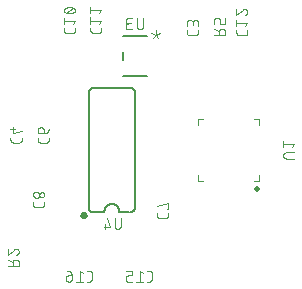
<source format=gbr>
G04 EAGLE Gerber RS-274X export*
G75*
%MOMM*%
%FSLAX34Y34*%
%LPD*%
%INSilkscreen Bottom*%
%IPPOS*%
%AMOC8*
5,1,8,0,0,1.08239X$1,22.5*%
G01*
%ADD10C,0.076200*%
%ADD11C,0.500000*%
%ADD12C,0.120000*%
%ADD13C,0.152400*%
%ADD14C,0.203200*%

G36*
X113420Y68330D02*
X113420Y68330D01*
X113422Y68332D01*
X113423Y68331D01*
X114094Y68566D01*
X114095Y68567D01*
X114096Y68567D01*
X114698Y68945D01*
X114699Y68947D01*
X114701Y68947D01*
X115203Y69449D01*
X115203Y69451D01*
X115205Y69452D01*
X115583Y70054D01*
X115583Y70055D01*
X115584Y70056D01*
X115819Y70727D01*
X115819Y70729D01*
X115820Y70730D01*
X115854Y71030D01*
X115854Y71031D01*
X115855Y71042D01*
X115891Y71365D01*
X115893Y71377D01*
X115899Y71436D01*
X115899Y71437D01*
X115898Y71438D01*
X115899Y71439D01*
X115820Y72145D01*
X115818Y72147D01*
X115819Y72148D01*
X115584Y72819D01*
X115583Y72820D01*
X115583Y72821D01*
X115205Y73423D01*
X115203Y73424D01*
X115203Y73426D01*
X114701Y73928D01*
X114699Y73928D01*
X114698Y73930D01*
X114096Y74308D01*
X114095Y74308D01*
X114094Y74309D01*
X113423Y74544D01*
X113421Y74544D01*
X113420Y74545D01*
X112714Y74624D01*
X112712Y74623D01*
X112711Y74624D01*
X112005Y74545D01*
X112003Y74543D01*
X112002Y74544D01*
X111331Y74309D01*
X111330Y74308D01*
X111329Y74308D01*
X110727Y73930D01*
X110726Y73928D01*
X110724Y73928D01*
X110222Y73426D01*
X110222Y73424D01*
X110220Y73423D01*
X109842Y72821D01*
X109842Y72820D01*
X109841Y72819D01*
X109606Y72148D01*
X109607Y72146D01*
X109605Y72145D01*
X109592Y72024D01*
X109590Y72012D01*
X109554Y71690D01*
X109553Y71678D01*
X109526Y71439D01*
X109527Y71437D01*
X109526Y71436D01*
X109605Y70730D01*
X109607Y70728D01*
X109606Y70727D01*
X109841Y70056D01*
X109842Y70055D01*
X109842Y70054D01*
X110220Y69452D01*
X110222Y69451D01*
X110222Y69449D01*
X110724Y68947D01*
X110726Y68947D01*
X110727Y68945D01*
X111329Y68567D01*
X111330Y68567D01*
X111331Y68566D01*
X112002Y68331D01*
X112004Y68332D01*
X112005Y68330D01*
X112711Y68251D01*
X112713Y68252D01*
X112714Y68251D01*
X113420Y68330D01*
G37*
D10*
X48006Y28956D02*
X57404Y28956D01*
X57404Y31567D01*
X57402Y31668D01*
X57396Y31769D01*
X57386Y31870D01*
X57373Y31970D01*
X57355Y32070D01*
X57334Y32169D01*
X57308Y32267D01*
X57279Y32364D01*
X57247Y32460D01*
X57210Y32554D01*
X57170Y32647D01*
X57126Y32739D01*
X57079Y32828D01*
X57028Y32916D01*
X56974Y33002D01*
X56917Y33085D01*
X56857Y33167D01*
X56793Y33245D01*
X56727Y33322D01*
X56657Y33395D01*
X56585Y33466D01*
X56510Y33534D01*
X56432Y33599D01*
X56352Y33661D01*
X56270Y33720D01*
X56185Y33776D01*
X56099Y33828D01*
X56010Y33877D01*
X55919Y33923D01*
X55827Y33964D01*
X55733Y34003D01*
X55638Y34037D01*
X55542Y34068D01*
X55444Y34095D01*
X55346Y34119D01*
X55246Y34138D01*
X55146Y34154D01*
X55046Y34166D01*
X54945Y34174D01*
X54844Y34178D01*
X54742Y34178D01*
X54641Y34174D01*
X54540Y34166D01*
X54440Y34154D01*
X54340Y34138D01*
X54240Y34119D01*
X54142Y34095D01*
X54044Y34068D01*
X53948Y34037D01*
X53853Y34003D01*
X53759Y33964D01*
X53667Y33923D01*
X53576Y33877D01*
X53488Y33828D01*
X53401Y33776D01*
X53316Y33720D01*
X53234Y33661D01*
X53154Y33599D01*
X53076Y33534D01*
X53001Y33466D01*
X52929Y33395D01*
X52859Y33322D01*
X52793Y33245D01*
X52729Y33167D01*
X52669Y33085D01*
X52612Y33002D01*
X52558Y32916D01*
X52507Y32828D01*
X52460Y32739D01*
X52416Y32647D01*
X52376Y32554D01*
X52339Y32460D01*
X52307Y32364D01*
X52278Y32267D01*
X52252Y32169D01*
X52231Y32070D01*
X52213Y31970D01*
X52200Y31870D01*
X52190Y31769D01*
X52184Y31668D01*
X52182Y31567D01*
X52183Y31567D02*
X52183Y28956D01*
X52183Y32089D02*
X48006Y34177D01*
X55055Y43265D02*
X55150Y43263D01*
X55244Y43257D01*
X55338Y43248D01*
X55432Y43235D01*
X55525Y43218D01*
X55617Y43197D01*
X55709Y43172D01*
X55799Y43144D01*
X55888Y43112D01*
X55976Y43077D01*
X56062Y43038D01*
X56147Y42996D01*
X56230Y42950D01*
X56311Y42901D01*
X56390Y42849D01*
X56467Y42794D01*
X56541Y42735D01*
X56613Y42674D01*
X56683Y42610D01*
X56750Y42543D01*
X56814Y42473D01*
X56875Y42401D01*
X56934Y42327D01*
X56989Y42250D01*
X57041Y42171D01*
X57090Y42090D01*
X57136Y42007D01*
X57178Y41922D01*
X57217Y41836D01*
X57252Y41748D01*
X57284Y41659D01*
X57312Y41569D01*
X57337Y41477D01*
X57358Y41385D01*
X57375Y41292D01*
X57388Y41198D01*
X57397Y41104D01*
X57403Y41010D01*
X57405Y40915D01*
X57404Y40915D02*
X57402Y40807D01*
X57396Y40698D01*
X57386Y40590D01*
X57373Y40483D01*
X57355Y40376D01*
X57334Y40269D01*
X57309Y40164D01*
X57280Y40059D01*
X57248Y39956D01*
X57211Y39854D01*
X57171Y39753D01*
X57128Y39654D01*
X57081Y39556D01*
X57030Y39460D01*
X56976Y39366D01*
X56919Y39274D01*
X56858Y39184D01*
X56794Y39096D01*
X56728Y39011D01*
X56658Y38928D01*
X56585Y38848D01*
X56509Y38770D01*
X56431Y38695D01*
X56350Y38623D01*
X56266Y38554D01*
X56180Y38488D01*
X56092Y38425D01*
X56001Y38366D01*
X55909Y38309D01*
X55814Y38256D01*
X55718Y38207D01*
X55619Y38161D01*
X55520Y38118D01*
X55418Y38079D01*
X55316Y38044D01*
X53227Y42481D02*
X53296Y42550D01*
X53367Y42616D01*
X53440Y42680D01*
X53516Y42741D01*
X53595Y42799D01*
X53675Y42853D01*
X53758Y42905D01*
X53842Y42953D01*
X53928Y42999D01*
X54016Y43040D01*
X54106Y43079D01*
X54197Y43114D01*
X54289Y43145D01*
X54382Y43173D01*
X54476Y43197D01*
X54571Y43217D01*
X54667Y43234D01*
X54764Y43247D01*
X54861Y43256D01*
X54958Y43262D01*
X55055Y43264D01*
X53227Y42481D02*
X48006Y38043D01*
X48006Y43264D01*
X199631Y226244D02*
X199631Y228333D01*
X199631Y226244D02*
X199633Y226155D01*
X199639Y226067D01*
X199648Y225979D01*
X199661Y225891D01*
X199678Y225804D01*
X199698Y225718D01*
X199723Y225633D01*
X199750Y225548D01*
X199782Y225465D01*
X199816Y225384D01*
X199855Y225304D01*
X199896Y225226D01*
X199941Y225149D01*
X199989Y225075D01*
X200040Y225002D01*
X200094Y224932D01*
X200152Y224865D01*
X200212Y224799D01*
X200274Y224737D01*
X200340Y224677D01*
X200407Y224619D01*
X200477Y224565D01*
X200550Y224514D01*
X200624Y224466D01*
X200701Y224421D01*
X200779Y224380D01*
X200859Y224341D01*
X200940Y224307D01*
X201023Y224275D01*
X201108Y224248D01*
X201193Y224223D01*
X201279Y224203D01*
X201366Y224186D01*
X201454Y224173D01*
X201542Y224164D01*
X201630Y224158D01*
X201719Y224156D01*
X206941Y224156D01*
X207032Y224158D01*
X207123Y224164D01*
X207214Y224174D01*
X207304Y224188D01*
X207393Y224205D01*
X207481Y224227D01*
X207569Y224253D01*
X207655Y224282D01*
X207740Y224315D01*
X207823Y224352D01*
X207905Y224392D01*
X207985Y224436D01*
X208063Y224483D01*
X208139Y224534D01*
X208212Y224587D01*
X208283Y224644D01*
X208352Y224705D01*
X208417Y224768D01*
X208480Y224833D01*
X208540Y224902D01*
X208598Y224973D01*
X208651Y225046D01*
X208702Y225122D01*
X208749Y225200D01*
X208793Y225280D01*
X208833Y225362D01*
X208870Y225445D01*
X208903Y225530D01*
X208932Y225616D01*
X208958Y225704D01*
X208980Y225792D01*
X208997Y225881D01*
X209011Y225971D01*
X209021Y226062D01*
X209027Y226153D01*
X209029Y226244D01*
X209029Y228333D01*
X199631Y231802D02*
X199631Y234412D01*
X199633Y234513D01*
X199639Y234614D01*
X199649Y234715D01*
X199662Y234815D01*
X199680Y234915D01*
X199701Y235014D01*
X199727Y235112D01*
X199756Y235209D01*
X199788Y235305D01*
X199825Y235399D01*
X199865Y235492D01*
X199909Y235584D01*
X199956Y235673D01*
X200007Y235761D01*
X200061Y235847D01*
X200118Y235930D01*
X200178Y236012D01*
X200242Y236090D01*
X200308Y236167D01*
X200378Y236240D01*
X200450Y236311D01*
X200525Y236379D01*
X200603Y236444D01*
X200683Y236506D01*
X200765Y236565D01*
X200850Y236621D01*
X200937Y236673D01*
X201025Y236722D01*
X201116Y236768D01*
X201208Y236809D01*
X201302Y236848D01*
X201397Y236882D01*
X201493Y236913D01*
X201591Y236940D01*
X201689Y236964D01*
X201789Y236983D01*
X201889Y236999D01*
X201989Y237011D01*
X202090Y237019D01*
X202191Y237023D01*
X202293Y237023D01*
X202394Y237019D01*
X202495Y237011D01*
X202595Y236999D01*
X202695Y236983D01*
X202795Y236964D01*
X202893Y236940D01*
X202991Y236913D01*
X203087Y236882D01*
X203182Y236848D01*
X203276Y236809D01*
X203368Y236768D01*
X203459Y236722D01*
X203548Y236673D01*
X203634Y236621D01*
X203719Y236565D01*
X203801Y236506D01*
X203881Y236444D01*
X203959Y236379D01*
X204034Y236311D01*
X204106Y236240D01*
X204176Y236167D01*
X204242Y236090D01*
X204306Y236012D01*
X204366Y235930D01*
X204423Y235847D01*
X204477Y235761D01*
X204528Y235673D01*
X204575Y235584D01*
X204619Y235492D01*
X204659Y235399D01*
X204696Y235305D01*
X204728Y235209D01*
X204757Y235112D01*
X204783Y235014D01*
X204804Y234915D01*
X204822Y234815D01*
X204835Y234715D01*
X204845Y234614D01*
X204851Y234513D01*
X204853Y234412D01*
X209029Y234934D02*
X209029Y231802D01*
X209029Y234934D02*
X209027Y235024D01*
X209021Y235113D01*
X209012Y235203D01*
X208998Y235292D01*
X208981Y235380D01*
X208960Y235467D01*
X208935Y235554D01*
X208906Y235639D01*
X208874Y235723D01*
X208839Y235805D01*
X208799Y235886D01*
X208757Y235965D01*
X208711Y236042D01*
X208661Y236117D01*
X208609Y236190D01*
X208553Y236261D01*
X208495Y236329D01*
X208433Y236394D01*
X208369Y236457D01*
X208302Y236517D01*
X208233Y236574D01*
X208161Y236628D01*
X208087Y236679D01*
X208011Y236727D01*
X207933Y236771D01*
X207853Y236812D01*
X207771Y236850D01*
X207688Y236884D01*
X207603Y236914D01*
X207517Y236941D01*
X207431Y236964D01*
X207343Y236983D01*
X207254Y236998D01*
X207165Y237010D01*
X207076Y237018D01*
X206986Y237022D01*
X206896Y237022D01*
X206806Y237018D01*
X206717Y237010D01*
X206628Y236998D01*
X206539Y236983D01*
X206451Y236964D01*
X206365Y236941D01*
X206279Y236914D01*
X206194Y236884D01*
X206111Y236850D01*
X206029Y236812D01*
X205949Y236771D01*
X205871Y236727D01*
X205795Y236679D01*
X205721Y236628D01*
X205649Y236574D01*
X205580Y236517D01*
X205513Y236457D01*
X205449Y236394D01*
X205387Y236329D01*
X205329Y236261D01*
X205273Y236190D01*
X205221Y236117D01*
X205171Y236042D01*
X205125Y235965D01*
X205083Y235886D01*
X205043Y235805D01*
X205008Y235723D01*
X204976Y235639D01*
X204947Y235554D01*
X204922Y235467D01*
X204901Y235380D01*
X204884Y235292D01*
X204870Y235203D01*
X204861Y235113D01*
X204855Y235024D01*
X204853Y234934D01*
X204852Y234934D02*
X204852Y232846D01*
X50406Y137433D02*
X50406Y135344D01*
X50408Y135255D01*
X50414Y135167D01*
X50423Y135079D01*
X50436Y134991D01*
X50453Y134904D01*
X50473Y134818D01*
X50498Y134733D01*
X50525Y134648D01*
X50557Y134565D01*
X50591Y134484D01*
X50630Y134404D01*
X50671Y134326D01*
X50716Y134249D01*
X50764Y134175D01*
X50815Y134102D01*
X50869Y134032D01*
X50927Y133965D01*
X50987Y133899D01*
X51049Y133837D01*
X51115Y133777D01*
X51182Y133719D01*
X51252Y133665D01*
X51325Y133614D01*
X51399Y133566D01*
X51476Y133521D01*
X51554Y133480D01*
X51634Y133441D01*
X51715Y133407D01*
X51798Y133375D01*
X51883Y133348D01*
X51968Y133323D01*
X52054Y133303D01*
X52141Y133286D01*
X52229Y133273D01*
X52317Y133264D01*
X52405Y133258D01*
X52494Y133256D01*
X57716Y133256D01*
X57807Y133258D01*
X57898Y133264D01*
X57989Y133274D01*
X58079Y133288D01*
X58168Y133305D01*
X58256Y133327D01*
X58344Y133353D01*
X58430Y133382D01*
X58515Y133415D01*
X58598Y133452D01*
X58680Y133492D01*
X58760Y133536D01*
X58838Y133583D01*
X58914Y133634D01*
X58987Y133687D01*
X59058Y133744D01*
X59127Y133805D01*
X59192Y133868D01*
X59255Y133933D01*
X59315Y134002D01*
X59373Y134073D01*
X59426Y134146D01*
X59477Y134222D01*
X59524Y134300D01*
X59568Y134380D01*
X59608Y134462D01*
X59645Y134545D01*
X59678Y134630D01*
X59707Y134716D01*
X59733Y134804D01*
X59755Y134892D01*
X59772Y134981D01*
X59786Y135071D01*
X59796Y135162D01*
X59802Y135253D01*
X59804Y135344D01*
X59804Y137433D01*
X59804Y142990D02*
X52494Y140902D01*
X52494Y146123D01*
X50406Y144556D02*
X54583Y144556D01*
X73406Y137433D02*
X73406Y135344D01*
X73408Y135255D01*
X73414Y135167D01*
X73423Y135079D01*
X73436Y134991D01*
X73453Y134904D01*
X73473Y134818D01*
X73498Y134733D01*
X73525Y134648D01*
X73557Y134565D01*
X73591Y134484D01*
X73630Y134404D01*
X73671Y134326D01*
X73716Y134249D01*
X73764Y134175D01*
X73815Y134102D01*
X73869Y134032D01*
X73927Y133965D01*
X73987Y133899D01*
X74049Y133837D01*
X74115Y133777D01*
X74182Y133719D01*
X74252Y133665D01*
X74325Y133614D01*
X74399Y133566D01*
X74476Y133521D01*
X74554Y133480D01*
X74634Y133441D01*
X74715Y133407D01*
X74798Y133375D01*
X74883Y133348D01*
X74968Y133323D01*
X75054Y133303D01*
X75141Y133286D01*
X75229Y133273D01*
X75317Y133264D01*
X75405Y133258D01*
X75494Y133256D01*
X80716Y133256D01*
X80807Y133258D01*
X80898Y133264D01*
X80989Y133274D01*
X81079Y133288D01*
X81168Y133305D01*
X81256Y133327D01*
X81344Y133353D01*
X81430Y133382D01*
X81515Y133415D01*
X81598Y133452D01*
X81680Y133492D01*
X81760Y133536D01*
X81838Y133583D01*
X81914Y133634D01*
X81987Y133687D01*
X82058Y133744D01*
X82127Y133805D01*
X82192Y133868D01*
X82255Y133933D01*
X82315Y134002D01*
X82373Y134073D01*
X82426Y134146D01*
X82477Y134222D01*
X82524Y134300D01*
X82568Y134380D01*
X82608Y134462D01*
X82645Y134545D01*
X82678Y134630D01*
X82707Y134716D01*
X82733Y134804D01*
X82755Y134892D01*
X82772Y134981D01*
X82786Y135071D01*
X82796Y135162D01*
X82802Y135253D01*
X82804Y135344D01*
X82804Y137433D01*
X78627Y140902D02*
X78627Y144034D01*
X78625Y144123D01*
X78619Y144211D01*
X78610Y144299D01*
X78597Y144387D01*
X78580Y144474D01*
X78560Y144560D01*
X78535Y144645D01*
X78508Y144730D01*
X78476Y144813D01*
X78442Y144894D01*
X78403Y144974D01*
X78362Y145052D01*
X78317Y145129D01*
X78269Y145203D01*
X78218Y145276D01*
X78164Y145346D01*
X78106Y145413D01*
X78046Y145479D01*
X77984Y145541D01*
X77918Y145601D01*
X77851Y145659D01*
X77781Y145713D01*
X77708Y145764D01*
X77634Y145812D01*
X77557Y145857D01*
X77479Y145898D01*
X77399Y145937D01*
X77318Y145971D01*
X77235Y146003D01*
X77150Y146030D01*
X77065Y146055D01*
X76979Y146075D01*
X76892Y146092D01*
X76804Y146105D01*
X76716Y146114D01*
X76628Y146120D01*
X76539Y146122D01*
X76539Y146123D02*
X76017Y146123D01*
X75916Y146121D01*
X75815Y146115D01*
X75714Y146105D01*
X75614Y146092D01*
X75514Y146074D01*
X75415Y146053D01*
X75317Y146027D01*
X75220Y145998D01*
X75124Y145966D01*
X75030Y145929D01*
X74937Y145889D01*
X74845Y145845D01*
X74756Y145798D01*
X74668Y145747D01*
X74582Y145693D01*
X74499Y145636D01*
X74417Y145576D01*
X74339Y145512D01*
X74262Y145446D01*
X74189Y145376D01*
X74118Y145304D01*
X74050Y145229D01*
X73985Y145151D01*
X73923Y145071D01*
X73864Y144989D01*
X73808Y144904D01*
X73756Y144818D01*
X73707Y144729D01*
X73661Y144638D01*
X73620Y144546D01*
X73581Y144452D01*
X73547Y144357D01*
X73516Y144261D01*
X73489Y144163D01*
X73465Y144065D01*
X73446Y143965D01*
X73430Y143865D01*
X73418Y143765D01*
X73410Y143664D01*
X73406Y143563D01*
X73406Y143461D01*
X73410Y143360D01*
X73418Y143259D01*
X73430Y143159D01*
X73446Y143059D01*
X73465Y142959D01*
X73489Y142861D01*
X73516Y142763D01*
X73547Y142667D01*
X73581Y142572D01*
X73620Y142478D01*
X73661Y142386D01*
X73707Y142295D01*
X73756Y142207D01*
X73808Y142120D01*
X73864Y142035D01*
X73923Y141953D01*
X73985Y141873D01*
X74050Y141795D01*
X74118Y141720D01*
X74189Y141648D01*
X74262Y141578D01*
X74339Y141512D01*
X74417Y141448D01*
X74499Y141388D01*
X74582Y141331D01*
X74668Y141277D01*
X74756Y141226D01*
X74845Y141179D01*
X74937Y141135D01*
X75030Y141095D01*
X75124Y141058D01*
X75220Y141026D01*
X75317Y140997D01*
X75415Y140971D01*
X75514Y140950D01*
X75614Y140932D01*
X75714Y140919D01*
X75815Y140909D01*
X75916Y140903D01*
X76017Y140901D01*
X76017Y140902D02*
X78627Y140902D01*
X78756Y140904D01*
X78884Y140910D01*
X79012Y140920D01*
X79140Y140934D01*
X79268Y140951D01*
X79395Y140973D01*
X79521Y140999D01*
X79646Y141028D01*
X79770Y141061D01*
X79893Y141099D01*
X80015Y141139D01*
X80136Y141184D01*
X80255Y141232D01*
X80373Y141284D01*
X80489Y141340D01*
X80603Y141399D01*
X80715Y141462D01*
X80826Y141528D01*
X80934Y141597D01*
X81040Y141670D01*
X81144Y141746D01*
X81246Y141825D01*
X81345Y141907D01*
X81441Y141992D01*
X81535Y142080D01*
X81626Y142171D01*
X81714Y142265D01*
X81799Y142361D01*
X81881Y142460D01*
X81960Y142562D01*
X82036Y142666D01*
X82109Y142772D01*
X82178Y142880D01*
X82244Y142990D01*
X82307Y143103D01*
X82366Y143217D01*
X82422Y143333D01*
X82474Y143451D01*
X82522Y143570D01*
X82567Y143691D01*
X82607Y143813D01*
X82645Y143936D01*
X82678Y144060D01*
X82707Y144185D01*
X82733Y144311D01*
X82755Y144438D01*
X82772Y144566D01*
X82786Y144694D01*
X82796Y144822D01*
X82802Y144950D01*
X82804Y145079D01*
X174371Y73479D02*
X174371Y71391D01*
X174373Y71302D01*
X174379Y71214D01*
X174388Y71126D01*
X174401Y71038D01*
X174418Y70951D01*
X174438Y70865D01*
X174463Y70780D01*
X174490Y70695D01*
X174522Y70612D01*
X174556Y70531D01*
X174595Y70451D01*
X174636Y70373D01*
X174681Y70296D01*
X174729Y70222D01*
X174780Y70149D01*
X174834Y70079D01*
X174892Y70012D01*
X174952Y69946D01*
X175014Y69884D01*
X175080Y69824D01*
X175147Y69766D01*
X175217Y69712D01*
X175290Y69661D01*
X175364Y69613D01*
X175441Y69568D01*
X175519Y69527D01*
X175599Y69488D01*
X175680Y69454D01*
X175763Y69422D01*
X175848Y69395D01*
X175933Y69370D01*
X176019Y69350D01*
X176106Y69333D01*
X176194Y69320D01*
X176282Y69311D01*
X176370Y69305D01*
X176459Y69303D01*
X176459Y69302D02*
X181681Y69302D01*
X181681Y69303D02*
X181772Y69305D01*
X181863Y69311D01*
X181954Y69321D01*
X182044Y69335D01*
X182133Y69352D01*
X182221Y69374D01*
X182309Y69400D01*
X182395Y69429D01*
X182480Y69462D01*
X182563Y69499D01*
X182645Y69539D01*
X182725Y69583D01*
X182803Y69630D01*
X182879Y69681D01*
X182952Y69734D01*
X183023Y69791D01*
X183092Y69852D01*
X183157Y69915D01*
X183220Y69980D01*
X183280Y70049D01*
X183338Y70120D01*
X183391Y70193D01*
X183442Y70269D01*
X183489Y70347D01*
X183533Y70427D01*
X183573Y70509D01*
X183610Y70592D01*
X183643Y70677D01*
X183672Y70763D01*
X183698Y70851D01*
X183720Y70939D01*
X183737Y71028D01*
X183751Y71118D01*
X183761Y71209D01*
X183767Y71300D01*
X183769Y71391D01*
X183769Y73479D01*
X183769Y76948D02*
X182725Y76948D01*
X183769Y76948D02*
X183769Y82169D01*
X174371Y79558D01*
X69596Y80916D02*
X69596Y83004D01*
X69596Y80916D02*
X69598Y80827D01*
X69604Y80739D01*
X69613Y80651D01*
X69626Y80563D01*
X69643Y80476D01*
X69663Y80390D01*
X69688Y80305D01*
X69715Y80220D01*
X69747Y80137D01*
X69781Y80056D01*
X69820Y79976D01*
X69861Y79898D01*
X69906Y79821D01*
X69954Y79747D01*
X70005Y79674D01*
X70059Y79604D01*
X70117Y79537D01*
X70177Y79471D01*
X70239Y79409D01*
X70305Y79349D01*
X70372Y79291D01*
X70442Y79237D01*
X70515Y79186D01*
X70589Y79138D01*
X70666Y79093D01*
X70744Y79052D01*
X70824Y79013D01*
X70905Y78979D01*
X70988Y78947D01*
X71073Y78920D01*
X71158Y78895D01*
X71244Y78875D01*
X71331Y78858D01*
X71419Y78845D01*
X71507Y78836D01*
X71595Y78830D01*
X71684Y78828D01*
X71684Y78827D02*
X76906Y78827D01*
X76906Y78828D02*
X76997Y78830D01*
X77088Y78836D01*
X77179Y78846D01*
X77269Y78860D01*
X77358Y78877D01*
X77446Y78899D01*
X77534Y78925D01*
X77620Y78954D01*
X77705Y78987D01*
X77788Y79024D01*
X77870Y79064D01*
X77950Y79108D01*
X78028Y79155D01*
X78104Y79206D01*
X78177Y79259D01*
X78248Y79316D01*
X78317Y79377D01*
X78382Y79440D01*
X78445Y79505D01*
X78505Y79574D01*
X78563Y79645D01*
X78616Y79718D01*
X78667Y79794D01*
X78714Y79872D01*
X78758Y79952D01*
X78798Y80034D01*
X78835Y80117D01*
X78868Y80202D01*
X78897Y80288D01*
X78923Y80376D01*
X78945Y80464D01*
X78962Y80553D01*
X78976Y80643D01*
X78986Y80734D01*
X78992Y80825D01*
X78994Y80916D01*
X78994Y83004D01*
X72207Y86472D02*
X72308Y86474D01*
X72409Y86480D01*
X72510Y86490D01*
X72610Y86503D01*
X72710Y86521D01*
X72809Y86542D01*
X72907Y86568D01*
X73004Y86597D01*
X73100Y86629D01*
X73194Y86666D01*
X73287Y86706D01*
X73379Y86750D01*
X73468Y86797D01*
X73556Y86848D01*
X73642Y86902D01*
X73725Y86959D01*
X73807Y87019D01*
X73885Y87083D01*
X73962Y87149D01*
X74035Y87219D01*
X74106Y87291D01*
X74174Y87366D01*
X74239Y87444D01*
X74301Y87524D01*
X74360Y87606D01*
X74416Y87691D01*
X74468Y87777D01*
X74517Y87866D01*
X74563Y87957D01*
X74604Y88049D01*
X74643Y88143D01*
X74677Y88238D01*
X74708Y88334D01*
X74735Y88432D01*
X74759Y88530D01*
X74778Y88630D01*
X74794Y88730D01*
X74806Y88830D01*
X74814Y88931D01*
X74818Y89032D01*
X74818Y89134D01*
X74814Y89235D01*
X74806Y89336D01*
X74794Y89436D01*
X74778Y89536D01*
X74759Y89636D01*
X74735Y89734D01*
X74708Y89832D01*
X74677Y89928D01*
X74643Y90023D01*
X74604Y90117D01*
X74563Y90209D01*
X74517Y90300D01*
X74468Y90388D01*
X74416Y90475D01*
X74360Y90560D01*
X74301Y90642D01*
X74239Y90722D01*
X74174Y90800D01*
X74106Y90875D01*
X74035Y90947D01*
X73962Y91017D01*
X73885Y91083D01*
X73807Y91147D01*
X73725Y91207D01*
X73642Y91264D01*
X73556Y91318D01*
X73468Y91369D01*
X73379Y91416D01*
X73287Y91460D01*
X73194Y91500D01*
X73100Y91537D01*
X73004Y91569D01*
X72907Y91598D01*
X72809Y91624D01*
X72710Y91645D01*
X72610Y91663D01*
X72510Y91676D01*
X72409Y91686D01*
X72308Y91692D01*
X72207Y91694D01*
X72106Y91692D01*
X72005Y91686D01*
X71904Y91676D01*
X71804Y91663D01*
X71704Y91645D01*
X71605Y91624D01*
X71507Y91598D01*
X71410Y91569D01*
X71314Y91537D01*
X71220Y91500D01*
X71127Y91460D01*
X71035Y91416D01*
X70946Y91369D01*
X70858Y91318D01*
X70772Y91264D01*
X70689Y91207D01*
X70607Y91147D01*
X70529Y91083D01*
X70452Y91017D01*
X70379Y90947D01*
X70308Y90875D01*
X70240Y90800D01*
X70175Y90722D01*
X70113Y90642D01*
X70054Y90560D01*
X69998Y90475D01*
X69946Y90389D01*
X69897Y90300D01*
X69851Y90209D01*
X69810Y90117D01*
X69771Y90023D01*
X69737Y89928D01*
X69706Y89832D01*
X69679Y89734D01*
X69655Y89636D01*
X69636Y89536D01*
X69620Y89436D01*
X69608Y89336D01*
X69600Y89235D01*
X69596Y89134D01*
X69596Y89032D01*
X69600Y88931D01*
X69608Y88830D01*
X69620Y88730D01*
X69636Y88630D01*
X69655Y88530D01*
X69679Y88432D01*
X69706Y88334D01*
X69737Y88238D01*
X69771Y88143D01*
X69810Y88049D01*
X69851Y87957D01*
X69897Y87866D01*
X69946Y87778D01*
X69998Y87691D01*
X70054Y87606D01*
X70113Y87524D01*
X70175Y87444D01*
X70240Y87366D01*
X70308Y87291D01*
X70379Y87219D01*
X70452Y87149D01*
X70529Y87083D01*
X70607Y87019D01*
X70689Y86959D01*
X70772Y86902D01*
X70858Y86848D01*
X70946Y86797D01*
X71035Y86750D01*
X71127Y86706D01*
X71220Y86666D01*
X71314Y86629D01*
X71410Y86597D01*
X71507Y86568D01*
X71605Y86542D01*
X71704Y86521D01*
X71804Y86503D01*
X71904Y86490D01*
X72005Y86480D01*
X72106Y86474D01*
X72207Y86472D01*
X76906Y86995D02*
X76996Y86997D01*
X77085Y87003D01*
X77175Y87012D01*
X77264Y87026D01*
X77352Y87043D01*
X77439Y87064D01*
X77526Y87089D01*
X77611Y87118D01*
X77695Y87150D01*
X77777Y87185D01*
X77858Y87225D01*
X77937Y87267D01*
X78014Y87313D01*
X78089Y87363D01*
X78162Y87415D01*
X78233Y87471D01*
X78301Y87529D01*
X78366Y87591D01*
X78429Y87655D01*
X78489Y87722D01*
X78546Y87791D01*
X78600Y87863D01*
X78651Y87937D01*
X78699Y88013D01*
X78743Y88091D01*
X78784Y88171D01*
X78822Y88253D01*
X78856Y88336D01*
X78886Y88421D01*
X78913Y88507D01*
X78936Y88593D01*
X78955Y88681D01*
X78970Y88770D01*
X78982Y88859D01*
X78990Y88948D01*
X78994Y89038D01*
X78994Y89128D01*
X78990Y89218D01*
X78982Y89307D01*
X78970Y89396D01*
X78955Y89485D01*
X78936Y89573D01*
X78913Y89659D01*
X78886Y89745D01*
X78856Y89830D01*
X78822Y89913D01*
X78784Y89995D01*
X78743Y90075D01*
X78699Y90153D01*
X78651Y90229D01*
X78600Y90303D01*
X78546Y90375D01*
X78489Y90444D01*
X78429Y90511D01*
X78366Y90575D01*
X78301Y90637D01*
X78233Y90695D01*
X78162Y90751D01*
X78089Y90803D01*
X78014Y90853D01*
X77937Y90899D01*
X77858Y90941D01*
X77777Y90981D01*
X77695Y91016D01*
X77611Y91048D01*
X77526Y91077D01*
X77439Y91102D01*
X77352Y91123D01*
X77264Y91140D01*
X77175Y91154D01*
X77085Y91163D01*
X76996Y91169D01*
X76906Y91171D01*
X76816Y91169D01*
X76727Y91163D01*
X76637Y91154D01*
X76548Y91140D01*
X76460Y91123D01*
X76373Y91102D01*
X76286Y91077D01*
X76201Y91048D01*
X76117Y91016D01*
X76035Y90981D01*
X75954Y90941D01*
X75875Y90899D01*
X75798Y90853D01*
X75723Y90803D01*
X75650Y90751D01*
X75579Y90695D01*
X75511Y90637D01*
X75446Y90575D01*
X75383Y90511D01*
X75323Y90444D01*
X75266Y90375D01*
X75212Y90303D01*
X75161Y90229D01*
X75113Y90153D01*
X75069Y90075D01*
X75028Y89995D01*
X74990Y89913D01*
X74956Y89830D01*
X74926Y89745D01*
X74899Y89659D01*
X74876Y89573D01*
X74857Y89485D01*
X74842Y89396D01*
X74830Y89307D01*
X74822Y89218D01*
X74818Y89128D01*
X74818Y89038D01*
X74822Y88948D01*
X74830Y88859D01*
X74842Y88770D01*
X74857Y88681D01*
X74876Y88593D01*
X74899Y88507D01*
X74926Y88421D01*
X74956Y88336D01*
X74990Y88253D01*
X75028Y88171D01*
X75069Y88091D01*
X75113Y88013D01*
X75161Y87937D01*
X75212Y87863D01*
X75266Y87791D01*
X75323Y87722D01*
X75383Y87655D01*
X75446Y87591D01*
X75511Y87529D01*
X75579Y87471D01*
X75650Y87415D01*
X75723Y87363D01*
X75798Y87313D01*
X75875Y87267D01*
X75954Y87225D01*
X76035Y87185D01*
X76117Y87150D01*
X76201Y87118D01*
X76286Y87089D01*
X76373Y87064D01*
X76460Y87043D01*
X76548Y87026D01*
X76637Y87012D01*
X76727Y87003D01*
X76816Y86997D01*
X76906Y86995D01*
D11*
X258890Y94212D03*
D12*
X260950Y101000D02*
X256390Y101000D01*
X260950Y101000D02*
X260950Y105560D01*
X260950Y153000D02*
X256390Y153000D01*
X260950Y153000D02*
X260950Y148440D01*
X213510Y153000D02*
X208950Y153000D01*
X208950Y148440D01*
X208950Y101000D02*
X213510Y101000D01*
X208950Y101000D02*
X208950Y105560D01*
D10*
X283869Y119665D02*
X290656Y119665D01*
X283869Y119665D02*
X283768Y119667D01*
X283667Y119673D01*
X283566Y119683D01*
X283466Y119696D01*
X283366Y119714D01*
X283267Y119735D01*
X283169Y119761D01*
X283072Y119790D01*
X282976Y119822D01*
X282882Y119859D01*
X282789Y119899D01*
X282697Y119943D01*
X282608Y119990D01*
X282520Y120041D01*
X282434Y120095D01*
X282351Y120152D01*
X282269Y120212D01*
X282191Y120276D01*
X282114Y120342D01*
X282041Y120412D01*
X281970Y120484D01*
X281902Y120559D01*
X281837Y120637D01*
X281775Y120717D01*
X281716Y120799D01*
X281660Y120884D01*
X281608Y120971D01*
X281559Y121059D01*
X281513Y121150D01*
X281472Y121242D01*
X281433Y121336D01*
X281399Y121431D01*
X281368Y121527D01*
X281341Y121625D01*
X281317Y121723D01*
X281298Y121823D01*
X281282Y121923D01*
X281270Y122023D01*
X281262Y122124D01*
X281258Y122225D01*
X281258Y122327D01*
X281262Y122428D01*
X281270Y122529D01*
X281282Y122629D01*
X281298Y122729D01*
X281317Y122829D01*
X281341Y122927D01*
X281368Y123025D01*
X281399Y123121D01*
X281433Y123216D01*
X281472Y123310D01*
X281513Y123402D01*
X281559Y123493D01*
X281608Y123582D01*
X281660Y123668D01*
X281716Y123753D01*
X281775Y123835D01*
X281837Y123915D01*
X281902Y123993D01*
X281970Y124068D01*
X282041Y124140D01*
X282114Y124210D01*
X282191Y124276D01*
X282269Y124340D01*
X282351Y124400D01*
X282434Y124457D01*
X282520Y124511D01*
X282608Y124562D01*
X282697Y124609D01*
X282789Y124653D01*
X282882Y124693D01*
X282976Y124730D01*
X283072Y124762D01*
X283169Y124791D01*
X283267Y124817D01*
X283366Y124838D01*
X283466Y124856D01*
X283566Y124869D01*
X283667Y124879D01*
X283768Y124885D01*
X283869Y124887D01*
X283869Y124886D02*
X290656Y124886D01*
X288568Y129114D02*
X290656Y131724D01*
X281258Y131724D01*
X281258Y129114D02*
X281258Y134335D01*
D13*
X165735Y189611D02*
X145415Y189611D01*
X145415Y202819D02*
X145415Y209931D01*
X145415Y223139D02*
X165735Y223139D01*
D10*
X173390Y224607D02*
X173390Y228586D01*
X173390Y224607D02*
X171069Y221622D01*
X173390Y224607D02*
X175712Y221622D01*
X173390Y224607D02*
X169743Y225933D01*
X173390Y224607D02*
X177038Y225933D01*
X162560Y231592D02*
X162560Y238379D01*
X162560Y231592D02*
X162558Y231491D01*
X162552Y231390D01*
X162542Y231289D01*
X162529Y231189D01*
X162511Y231089D01*
X162490Y230990D01*
X162464Y230892D01*
X162435Y230795D01*
X162403Y230699D01*
X162366Y230605D01*
X162326Y230512D01*
X162282Y230420D01*
X162235Y230331D01*
X162184Y230243D01*
X162130Y230157D01*
X162073Y230074D01*
X162013Y229992D01*
X161949Y229914D01*
X161883Y229837D01*
X161813Y229764D01*
X161741Y229693D01*
X161666Y229625D01*
X161588Y229560D01*
X161508Y229498D01*
X161426Y229439D01*
X161341Y229383D01*
X161254Y229331D01*
X161166Y229282D01*
X161075Y229236D01*
X160983Y229195D01*
X160889Y229156D01*
X160794Y229122D01*
X160698Y229091D01*
X160600Y229064D01*
X160502Y229040D01*
X160402Y229021D01*
X160302Y229005D01*
X160202Y228993D01*
X160101Y228985D01*
X160000Y228981D01*
X159898Y228981D01*
X159797Y228985D01*
X159696Y228993D01*
X159596Y229005D01*
X159496Y229021D01*
X159396Y229040D01*
X159298Y229064D01*
X159200Y229091D01*
X159104Y229122D01*
X159009Y229156D01*
X158915Y229195D01*
X158823Y229236D01*
X158732Y229282D01*
X158644Y229331D01*
X158557Y229383D01*
X158472Y229439D01*
X158390Y229498D01*
X158310Y229560D01*
X158232Y229625D01*
X158157Y229693D01*
X158085Y229764D01*
X158015Y229837D01*
X157949Y229914D01*
X157885Y229992D01*
X157825Y230074D01*
X157768Y230157D01*
X157714Y230243D01*
X157663Y230331D01*
X157616Y230420D01*
X157572Y230512D01*
X157532Y230605D01*
X157495Y230699D01*
X157463Y230795D01*
X157434Y230892D01*
X157408Y230990D01*
X157387Y231089D01*
X157369Y231189D01*
X157356Y231289D01*
X157346Y231390D01*
X157340Y231491D01*
X157338Y231592D01*
X157339Y231592D02*
X157339Y238379D01*
X153111Y228981D02*
X150501Y228981D01*
X150400Y228983D01*
X150299Y228989D01*
X150198Y228999D01*
X150098Y229012D01*
X149998Y229030D01*
X149899Y229051D01*
X149801Y229077D01*
X149704Y229106D01*
X149608Y229138D01*
X149514Y229175D01*
X149421Y229215D01*
X149329Y229259D01*
X149240Y229306D01*
X149152Y229357D01*
X149066Y229411D01*
X148983Y229468D01*
X148901Y229528D01*
X148823Y229592D01*
X148746Y229658D01*
X148673Y229728D01*
X148602Y229800D01*
X148534Y229875D01*
X148469Y229953D01*
X148407Y230033D01*
X148348Y230115D01*
X148292Y230200D01*
X148240Y230287D01*
X148191Y230375D01*
X148145Y230466D01*
X148104Y230558D01*
X148065Y230652D01*
X148031Y230747D01*
X148000Y230843D01*
X147973Y230941D01*
X147949Y231039D01*
X147930Y231139D01*
X147914Y231239D01*
X147902Y231339D01*
X147894Y231440D01*
X147890Y231541D01*
X147890Y231643D01*
X147894Y231744D01*
X147902Y231845D01*
X147914Y231945D01*
X147930Y232045D01*
X147949Y232145D01*
X147973Y232243D01*
X148000Y232341D01*
X148031Y232437D01*
X148065Y232532D01*
X148104Y232626D01*
X148145Y232718D01*
X148191Y232809D01*
X148240Y232898D01*
X148292Y232984D01*
X148348Y233069D01*
X148407Y233151D01*
X148469Y233231D01*
X148534Y233309D01*
X148602Y233384D01*
X148673Y233456D01*
X148746Y233526D01*
X148823Y233592D01*
X148901Y233656D01*
X148983Y233716D01*
X149066Y233773D01*
X149152Y233827D01*
X149240Y233878D01*
X149329Y233925D01*
X149421Y233969D01*
X149514Y234009D01*
X149608Y234046D01*
X149704Y234078D01*
X149801Y234107D01*
X149899Y234133D01*
X149998Y234154D01*
X150098Y234172D01*
X150198Y234185D01*
X150299Y234195D01*
X150400Y234201D01*
X150501Y234203D01*
X149979Y238379D02*
X153111Y238379D01*
X149979Y238379D02*
X149889Y238377D01*
X149800Y238371D01*
X149710Y238362D01*
X149621Y238348D01*
X149533Y238331D01*
X149446Y238310D01*
X149359Y238285D01*
X149274Y238256D01*
X149190Y238224D01*
X149108Y238189D01*
X149027Y238149D01*
X148948Y238107D01*
X148871Y238061D01*
X148796Y238011D01*
X148723Y237959D01*
X148652Y237903D01*
X148584Y237845D01*
X148519Y237783D01*
X148456Y237719D01*
X148396Y237652D01*
X148339Y237583D01*
X148285Y237511D01*
X148234Y237437D01*
X148186Y237361D01*
X148142Y237283D01*
X148101Y237203D01*
X148063Y237121D01*
X148029Y237038D01*
X147999Y236953D01*
X147972Y236867D01*
X147949Y236781D01*
X147930Y236693D01*
X147915Y236604D01*
X147903Y236515D01*
X147895Y236426D01*
X147891Y236336D01*
X147891Y236246D01*
X147895Y236156D01*
X147903Y236067D01*
X147915Y235978D01*
X147930Y235889D01*
X147949Y235801D01*
X147972Y235715D01*
X147999Y235629D01*
X148029Y235544D01*
X148063Y235461D01*
X148101Y235379D01*
X148142Y235299D01*
X148186Y235221D01*
X148234Y235145D01*
X148285Y235071D01*
X148339Y234999D01*
X148396Y234930D01*
X148456Y234863D01*
X148519Y234799D01*
X148584Y234737D01*
X148652Y234679D01*
X148723Y234623D01*
X148796Y234571D01*
X148871Y234521D01*
X148948Y234475D01*
X149027Y234433D01*
X149108Y234393D01*
X149190Y234358D01*
X149274Y234326D01*
X149359Y234297D01*
X149446Y234272D01*
X149533Y234251D01*
X149621Y234234D01*
X149710Y234220D01*
X149800Y234211D01*
X149889Y234205D01*
X149979Y234203D01*
X149979Y234202D02*
X152067Y234202D01*
X95631Y229983D02*
X95631Y227894D01*
X95633Y227805D01*
X95639Y227717D01*
X95648Y227629D01*
X95661Y227541D01*
X95678Y227454D01*
X95698Y227368D01*
X95723Y227283D01*
X95750Y227198D01*
X95782Y227115D01*
X95816Y227034D01*
X95855Y226954D01*
X95896Y226876D01*
X95941Y226799D01*
X95989Y226725D01*
X96040Y226652D01*
X96094Y226582D01*
X96152Y226515D01*
X96212Y226449D01*
X96274Y226387D01*
X96340Y226327D01*
X96407Y226269D01*
X96477Y226215D01*
X96550Y226164D01*
X96624Y226116D01*
X96701Y226071D01*
X96779Y226030D01*
X96859Y225991D01*
X96940Y225957D01*
X97023Y225925D01*
X97108Y225898D01*
X97193Y225873D01*
X97279Y225853D01*
X97366Y225836D01*
X97454Y225823D01*
X97542Y225814D01*
X97630Y225808D01*
X97719Y225806D01*
X102941Y225806D01*
X103032Y225808D01*
X103123Y225814D01*
X103214Y225824D01*
X103304Y225838D01*
X103393Y225855D01*
X103481Y225877D01*
X103569Y225903D01*
X103655Y225932D01*
X103740Y225965D01*
X103823Y226002D01*
X103905Y226042D01*
X103985Y226086D01*
X104063Y226133D01*
X104139Y226184D01*
X104212Y226237D01*
X104283Y226294D01*
X104352Y226355D01*
X104417Y226418D01*
X104480Y226483D01*
X104540Y226552D01*
X104598Y226623D01*
X104651Y226696D01*
X104702Y226772D01*
X104749Y226850D01*
X104793Y226930D01*
X104833Y227012D01*
X104870Y227095D01*
X104903Y227180D01*
X104932Y227266D01*
X104958Y227354D01*
X104980Y227442D01*
X104997Y227531D01*
X105011Y227621D01*
X105021Y227712D01*
X105027Y227803D01*
X105029Y227894D01*
X105029Y229983D01*
X102941Y233452D02*
X105029Y236062D01*
X95631Y236062D01*
X95631Y233452D02*
X95631Y238673D01*
X100330Y242595D02*
X100515Y242597D01*
X100700Y242604D01*
X100884Y242615D01*
X101068Y242630D01*
X101252Y242650D01*
X101436Y242674D01*
X101618Y242703D01*
X101800Y242736D01*
X101981Y242773D01*
X102161Y242815D01*
X102341Y242861D01*
X102519Y242911D01*
X102695Y242965D01*
X102871Y243024D01*
X103045Y243086D01*
X103217Y243153D01*
X103388Y243224D01*
X103557Y243299D01*
X103724Y243378D01*
X103804Y243408D01*
X103883Y243441D01*
X103960Y243478D01*
X104036Y243518D01*
X104110Y243561D01*
X104182Y243607D01*
X104251Y243657D01*
X104319Y243709D01*
X104384Y243765D01*
X104447Y243823D01*
X104506Y243885D01*
X104564Y243948D01*
X104618Y244015D01*
X104669Y244083D01*
X104717Y244154D01*
X104762Y244227D01*
X104804Y244301D01*
X104842Y244378D01*
X104877Y244456D01*
X104909Y244535D01*
X104937Y244616D01*
X104961Y244698D01*
X104982Y244782D01*
X104999Y244865D01*
X105012Y244950D01*
X105021Y245035D01*
X105027Y245120D01*
X105029Y245206D01*
X105027Y245292D01*
X105021Y245377D01*
X105012Y245462D01*
X104999Y245547D01*
X104982Y245630D01*
X104961Y245714D01*
X104937Y245796D01*
X104909Y245877D01*
X104877Y245956D01*
X104842Y246034D01*
X104804Y246111D01*
X104762Y246185D01*
X104717Y246258D01*
X104669Y246329D01*
X104618Y246397D01*
X104564Y246464D01*
X104506Y246527D01*
X104447Y246589D01*
X104384Y246647D01*
X104319Y246703D01*
X104251Y246755D01*
X104182Y246805D01*
X104110Y246851D01*
X104036Y246894D01*
X103960Y246934D01*
X103883Y246971D01*
X103804Y247004D01*
X103724Y247034D01*
X103557Y247113D01*
X103388Y247188D01*
X103217Y247259D01*
X103045Y247326D01*
X102871Y247388D01*
X102695Y247447D01*
X102519Y247501D01*
X102341Y247551D01*
X102161Y247597D01*
X101981Y247639D01*
X101800Y247676D01*
X101618Y247709D01*
X101436Y247738D01*
X101252Y247762D01*
X101068Y247782D01*
X100884Y247797D01*
X100700Y247808D01*
X100515Y247815D01*
X100330Y247817D01*
X100330Y242596D02*
X100145Y242598D01*
X99960Y242605D01*
X99776Y242616D01*
X99592Y242631D01*
X99408Y242651D01*
X99224Y242675D01*
X99042Y242704D01*
X98860Y242737D01*
X98679Y242774D01*
X98499Y242816D01*
X98319Y242862D01*
X98141Y242912D01*
X97965Y242966D01*
X97789Y243025D01*
X97615Y243087D01*
X97443Y243154D01*
X97272Y243225D01*
X97103Y243300D01*
X96936Y243379D01*
X96936Y243378D02*
X96856Y243408D01*
X96777Y243441D01*
X96700Y243478D01*
X96624Y243518D01*
X96550Y243561D01*
X96478Y243607D01*
X96409Y243657D01*
X96341Y243710D01*
X96276Y243765D01*
X96213Y243824D01*
X96154Y243885D01*
X96096Y243948D01*
X96042Y244015D01*
X95991Y244083D01*
X95943Y244154D01*
X95898Y244227D01*
X95856Y244301D01*
X95818Y244378D01*
X95783Y244456D01*
X95751Y244535D01*
X95723Y244616D01*
X95699Y244698D01*
X95678Y244782D01*
X95661Y244865D01*
X95648Y244950D01*
X95639Y245035D01*
X95633Y245120D01*
X95631Y245206D01*
X96936Y247034D02*
X97103Y247113D01*
X97272Y247188D01*
X97443Y247259D01*
X97615Y247326D01*
X97789Y247388D01*
X97965Y247447D01*
X98141Y247501D01*
X98319Y247551D01*
X98499Y247597D01*
X98679Y247639D01*
X98860Y247676D01*
X99042Y247709D01*
X99224Y247738D01*
X99408Y247762D01*
X99592Y247782D01*
X99776Y247797D01*
X99960Y247808D01*
X100145Y247815D01*
X100330Y247817D01*
X96936Y247034D02*
X96856Y247004D01*
X96777Y246971D01*
X96700Y246934D01*
X96624Y246894D01*
X96550Y246851D01*
X96478Y246805D01*
X96409Y246755D01*
X96341Y246703D01*
X96276Y246647D01*
X96213Y246589D01*
X96154Y246527D01*
X96096Y246464D01*
X96042Y246397D01*
X95991Y246329D01*
X95943Y246258D01*
X95898Y246185D01*
X95856Y246111D01*
X95818Y246034D01*
X95783Y245956D01*
X95751Y245877D01*
X95723Y245796D01*
X95699Y245714D01*
X95678Y245630D01*
X95661Y245547D01*
X95648Y245462D01*
X95639Y245377D01*
X95633Y245292D01*
X95631Y245206D01*
X97719Y243118D02*
X102941Y247295D01*
X117856Y230458D02*
X117856Y228369D01*
X117858Y228280D01*
X117864Y228192D01*
X117873Y228104D01*
X117886Y228016D01*
X117903Y227929D01*
X117923Y227843D01*
X117948Y227758D01*
X117975Y227673D01*
X118007Y227590D01*
X118041Y227509D01*
X118080Y227429D01*
X118121Y227351D01*
X118166Y227274D01*
X118214Y227200D01*
X118265Y227127D01*
X118319Y227057D01*
X118377Y226990D01*
X118437Y226924D01*
X118499Y226862D01*
X118565Y226802D01*
X118632Y226744D01*
X118702Y226690D01*
X118775Y226639D01*
X118849Y226591D01*
X118926Y226546D01*
X119004Y226505D01*
X119084Y226466D01*
X119165Y226432D01*
X119248Y226400D01*
X119333Y226373D01*
X119418Y226348D01*
X119504Y226328D01*
X119591Y226311D01*
X119679Y226298D01*
X119767Y226289D01*
X119855Y226283D01*
X119944Y226281D01*
X125166Y226281D01*
X125257Y226283D01*
X125348Y226289D01*
X125439Y226299D01*
X125529Y226313D01*
X125618Y226330D01*
X125706Y226352D01*
X125794Y226378D01*
X125880Y226407D01*
X125965Y226440D01*
X126048Y226477D01*
X126130Y226517D01*
X126210Y226561D01*
X126288Y226608D01*
X126364Y226659D01*
X126437Y226712D01*
X126508Y226769D01*
X126577Y226830D01*
X126642Y226893D01*
X126705Y226958D01*
X126765Y227027D01*
X126823Y227098D01*
X126876Y227171D01*
X126927Y227247D01*
X126974Y227325D01*
X127018Y227405D01*
X127058Y227487D01*
X127095Y227570D01*
X127128Y227655D01*
X127157Y227741D01*
X127183Y227829D01*
X127205Y227917D01*
X127222Y228006D01*
X127236Y228096D01*
X127246Y228187D01*
X127252Y228278D01*
X127254Y228369D01*
X127254Y230458D01*
X125166Y233927D02*
X127254Y236537D01*
X117856Y236537D01*
X117856Y233927D02*
X117856Y239148D01*
X125166Y243071D02*
X127254Y245681D01*
X117856Y245681D01*
X117856Y243071D02*
X117856Y248292D01*
X241681Y228333D02*
X241681Y226244D01*
X241683Y226155D01*
X241689Y226067D01*
X241698Y225979D01*
X241711Y225891D01*
X241728Y225804D01*
X241748Y225718D01*
X241773Y225633D01*
X241800Y225548D01*
X241832Y225465D01*
X241866Y225384D01*
X241905Y225304D01*
X241946Y225226D01*
X241991Y225149D01*
X242039Y225075D01*
X242090Y225002D01*
X242144Y224932D01*
X242202Y224865D01*
X242262Y224799D01*
X242324Y224737D01*
X242390Y224677D01*
X242457Y224619D01*
X242527Y224565D01*
X242600Y224514D01*
X242674Y224466D01*
X242751Y224421D01*
X242829Y224380D01*
X242909Y224341D01*
X242990Y224307D01*
X243073Y224275D01*
X243158Y224248D01*
X243243Y224223D01*
X243329Y224203D01*
X243416Y224186D01*
X243504Y224173D01*
X243592Y224164D01*
X243680Y224158D01*
X243769Y224156D01*
X248991Y224156D01*
X249082Y224158D01*
X249173Y224164D01*
X249264Y224174D01*
X249354Y224188D01*
X249443Y224205D01*
X249531Y224227D01*
X249619Y224253D01*
X249705Y224282D01*
X249790Y224315D01*
X249873Y224352D01*
X249955Y224392D01*
X250035Y224436D01*
X250113Y224483D01*
X250189Y224534D01*
X250262Y224587D01*
X250333Y224644D01*
X250402Y224705D01*
X250467Y224768D01*
X250530Y224833D01*
X250590Y224902D01*
X250648Y224973D01*
X250701Y225046D01*
X250752Y225122D01*
X250799Y225200D01*
X250843Y225280D01*
X250883Y225362D01*
X250920Y225445D01*
X250953Y225530D01*
X250982Y225616D01*
X251008Y225704D01*
X251030Y225792D01*
X251047Y225881D01*
X251061Y225971D01*
X251071Y226062D01*
X251077Y226153D01*
X251079Y226244D01*
X251079Y228333D01*
X248991Y231802D02*
X251079Y234412D01*
X241681Y234412D01*
X241681Y231802D02*
X241681Y237023D01*
X248730Y246167D02*
X248825Y246165D01*
X248919Y246159D01*
X249013Y246150D01*
X249107Y246137D01*
X249200Y246120D01*
X249292Y246099D01*
X249384Y246074D01*
X249474Y246046D01*
X249563Y246014D01*
X249651Y245979D01*
X249737Y245940D01*
X249822Y245898D01*
X249905Y245852D01*
X249986Y245803D01*
X250065Y245751D01*
X250142Y245696D01*
X250216Y245637D01*
X250288Y245576D01*
X250358Y245512D01*
X250425Y245445D01*
X250489Y245375D01*
X250550Y245303D01*
X250609Y245229D01*
X250664Y245152D01*
X250716Y245073D01*
X250765Y244992D01*
X250811Y244909D01*
X250853Y244824D01*
X250892Y244738D01*
X250927Y244650D01*
X250959Y244561D01*
X250987Y244471D01*
X251012Y244379D01*
X251033Y244287D01*
X251050Y244194D01*
X251063Y244100D01*
X251072Y244006D01*
X251078Y243912D01*
X251080Y243817D01*
X251079Y243817D02*
X251077Y243709D01*
X251071Y243600D01*
X251061Y243492D01*
X251048Y243385D01*
X251030Y243278D01*
X251009Y243171D01*
X250984Y243066D01*
X250955Y242961D01*
X250923Y242858D01*
X250886Y242756D01*
X250846Y242655D01*
X250803Y242556D01*
X250756Y242458D01*
X250705Y242362D01*
X250651Y242268D01*
X250594Y242176D01*
X250533Y242086D01*
X250469Y241998D01*
X250403Y241913D01*
X250333Y241830D01*
X250260Y241750D01*
X250184Y241672D01*
X250106Y241597D01*
X250025Y241525D01*
X249941Y241456D01*
X249855Y241390D01*
X249767Y241327D01*
X249676Y241268D01*
X249584Y241211D01*
X249489Y241158D01*
X249393Y241109D01*
X249294Y241063D01*
X249195Y241020D01*
X249093Y240981D01*
X248991Y240946D01*
X246902Y245384D02*
X246971Y245453D01*
X247042Y245519D01*
X247115Y245583D01*
X247191Y245644D01*
X247270Y245702D01*
X247350Y245756D01*
X247433Y245808D01*
X247517Y245856D01*
X247603Y245902D01*
X247691Y245943D01*
X247781Y245982D01*
X247872Y246017D01*
X247964Y246048D01*
X248057Y246076D01*
X248151Y246100D01*
X248246Y246120D01*
X248342Y246137D01*
X248439Y246150D01*
X248536Y246159D01*
X248633Y246165D01*
X248730Y246167D01*
X246902Y245384D02*
X241681Y240946D01*
X241681Y246167D01*
D14*
X155988Y175768D02*
X155988Y78232D01*
X117062Y176768D02*
X117081Y176881D01*
X117103Y176993D01*
X117130Y177104D01*
X117160Y177214D01*
X117195Y177323D01*
X117233Y177431D01*
X117274Y177538D01*
X117319Y177643D01*
X117368Y177746D01*
X117420Y177848D01*
X117476Y177948D01*
X117535Y178046D01*
X117597Y178141D01*
X117663Y178235D01*
X117732Y178326D01*
X117803Y178415D01*
X117878Y178502D01*
X117956Y178586D01*
X118036Y178667D01*
X118120Y178745D01*
X118206Y178821D01*
X118294Y178893D01*
X118385Y178962D01*
X118478Y179029D01*
X118573Y179092D01*
X118671Y179152D01*
X118770Y179208D01*
X118871Y179261D01*
X118975Y179310D01*
X119079Y179356D01*
X119185Y179399D01*
X119293Y179437D01*
X119402Y179472D01*
X119512Y179504D01*
X119623Y179531D01*
X119735Y179555D01*
X119847Y179575D01*
X119960Y179591D01*
X120074Y179603D01*
X120188Y179611D01*
X120302Y179615D01*
X120417Y179616D01*
X120531Y179612D01*
X120645Y179605D01*
X120759Y179594D01*
X120872Y179578D01*
X155988Y78232D02*
X155971Y78102D01*
X155950Y77973D01*
X155925Y77844D01*
X155897Y77716D01*
X155864Y77589D01*
X155828Y77463D01*
X155787Y77338D01*
X155743Y77215D01*
X155696Y77093D01*
X155644Y76972D01*
X155590Y76853D01*
X155531Y76736D01*
X155469Y76621D01*
X155404Y76507D01*
X155335Y76395D01*
X155262Y76286D01*
X155187Y76179D01*
X155108Y76074D01*
X155026Y75972D01*
X154941Y75872D01*
X154854Y75775D01*
X154763Y75680D01*
X154669Y75588D01*
X154573Y75499D01*
X154474Y75413D01*
X154373Y75331D01*
X154269Y75251D01*
X154162Y75174D01*
X154054Y75101D01*
X153943Y75031D01*
X153830Y74964D01*
X153715Y74901D01*
X153599Y74841D01*
X153480Y74785D01*
X153360Y74732D01*
X153239Y74683D01*
X153116Y74638D01*
X152991Y74596D01*
X152866Y74558D01*
X152739Y74525D01*
X152612Y74494D01*
X152483Y74468D01*
X152354Y74446D01*
X152224Y74427D01*
X152094Y74413D01*
X151963Y74402D01*
X151832Y74396D01*
X151701Y74393D01*
X151570Y74394D01*
X151439Y74400D01*
X151309Y74409D01*
X151178Y74422D01*
X155988Y175768D02*
X155986Y175890D01*
X155980Y176012D01*
X155970Y176134D01*
X155957Y176255D01*
X155939Y176376D01*
X155918Y176496D01*
X155893Y176616D01*
X155864Y176735D01*
X155831Y176852D01*
X155794Y176969D01*
X155754Y177084D01*
X155710Y177198D01*
X155662Y177310D01*
X155611Y177421D01*
X155556Y177530D01*
X155498Y177638D01*
X155436Y177743D01*
X155371Y177847D01*
X155303Y177948D01*
X155232Y178047D01*
X155157Y178144D01*
X155079Y178238D01*
X154999Y178330D01*
X154915Y178419D01*
X154829Y178505D01*
X154740Y178589D01*
X154648Y178669D01*
X154554Y178747D01*
X154457Y178822D01*
X154358Y178893D01*
X154257Y178961D01*
X154153Y179026D01*
X154048Y179088D01*
X153940Y179146D01*
X153831Y179201D01*
X153720Y179252D01*
X153608Y179300D01*
X153494Y179344D01*
X153379Y179384D01*
X153262Y179421D01*
X153145Y179454D01*
X153026Y179483D01*
X152906Y179508D01*
X152786Y179529D01*
X152665Y179547D01*
X152544Y179560D01*
X152422Y179570D01*
X152300Y179576D01*
X152178Y179578D01*
X117062Y78233D02*
X117047Y78119D01*
X117035Y78005D01*
X117028Y77891D01*
X117024Y77777D01*
X117025Y77663D01*
X117029Y77548D01*
X117037Y77434D01*
X117049Y77321D01*
X117065Y77208D01*
X117085Y77095D01*
X117109Y76983D01*
X117136Y76872D01*
X117167Y76762D01*
X117202Y76653D01*
X117241Y76546D01*
X117283Y76439D01*
X117329Y76335D01*
X117379Y76232D01*
X117432Y76130D01*
X117488Y76031D01*
X117548Y75933D01*
X117611Y75838D01*
X117677Y75745D01*
X117747Y75654D01*
X117819Y75566D01*
X117895Y75480D01*
X117973Y75397D01*
X118054Y75316D01*
X118138Y75238D01*
X118224Y75164D01*
X118313Y75092D01*
X118405Y75023D01*
X118498Y74957D01*
X118594Y74895D01*
X118692Y74836D01*
X118792Y74780D01*
X118894Y74728D01*
X118997Y74680D01*
X119102Y74634D01*
X119209Y74593D01*
X119317Y74555D01*
X119426Y74521D01*
X119536Y74491D01*
X119647Y74464D01*
X119759Y74441D01*
X119872Y74422D01*
X117062Y78232D02*
X117062Y176768D01*
X120872Y179578D02*
X152178Y179578D01*
X142621Y74930D02*
X142619Y75088D01*
X142613Y75247D01*
X142603Y75405D01*
X142589Y75562D01*
X142572Y75720D01*
X142550Y75876D01*
X142525Y76033D01*
X142495Y76188D01*
X142462Y76343D01*
X142425Y76497D01*
X142384Y76650D01*
X142339Y76802D01*
X142290Y76952D01*
X142238Y77102D01*
X142182Y77250D01*
X142122Y77397D01*
X142059Y77542D01*
X141992Y77685D01*
X141922Y77827D01*
X141848Y77967D01*
X141770Y78105D01*
X141689Y78241D01*
X141605Y78375D01*
X141518Y78507D01*
X141427Y78637D01*
X141333Y78764D01*
X141236Y78889D01*
X141135Y79012D01*
X141032Y79132D01*
X140926Y79249D01*
X140817Y79364D01*
X140705Y79476D01*
X140590Y79585D01*
X140473Y79691D01*
X140353Y79794D01*
X140230Y79895D01*
X140105Y79992D01*
X139978Y80086D01*
X139848Y80177D01*
X139716Y80264D01*
X139582Y80348D01*
X139446Y80429D01*
X139308Y80507D01*
X139168Y80581D01*
X139026Y80651D01*
X138883Y80718D01*
X138738Y80781D01*
X138591Y80841D01*
X138443Y80897D01*
X138293Y80949D01*
X138143Y80998D01*
X137991Y81043D01*
X137838Y81084D01*
X137684Y81121D01*
X137529Y81154D01*
X137374Y81184D01*
X137217Y81209D01*
X137061Y81231D01*
X136903Y81248D01*
X136746Y81262D01*
X136588Y81272D01*
X136429Y81278D01*
X136271Y81280D01*
X136113Y81278D01*
X135954Y81272D01*
X135796Y81262D01*
X135639Y81248D01*
X135481Y81231D01*
X135325Y81209D01*
X135168Y81184D01*
X135013Y81154D01*
X134858Y81121D01*
X134704Y81084D01*
X134551Y81043D01*
X134399Y80998D01*
X134249Y80949D01*
X134099Y80897D01*
X133951Y80841D01*
X133804Y80781D01*
X133659Y80718D01*
X133516Y80651D01*
X133374Y80581D01*
X133234Y80507D01*
X133096Y80429D01*
X132960Y80348D01*
X132826Y80264D01*
X132694Y80177D01*
X132564Y80086D01*
X132437Y79992D01*
X132312Y79895D01*
X132189Y79794D01*
X132069Y79691D01*
X131952Y79585D01*
X131837Y79476D01*
X131725Y79364D01*
X131616Y79249D01*
X131510Y79132D01*
X131407Y79012D01*
X131306Y78889D01*
X131209Y78764D01*
X131115Y78637D01*
X131024Y78507D01*
X130937Y78375D01*
X130853Y78241D01*
X130772Y78105D01*
X130694Y77967D01*
X130620Y77827D01*
X130550Y77685D01*
X130483Y77542D01*
X130420Y77397D01*
X130360Y77250D01*
X130304Y77102D01*
X130252Y76952D01*
X130203Y76802D01*
X130158Y76650D01*
X130117Y76497D01*
X130080Y76343D01*
X130047Y76188D01*
X130017Y76033D01*
X129992Y75876D01*
X129970Y75720D01*
X129953Y75562D01*
X129939Y75405D01*
X129929Y75247D01*
X129923Y75088D01*
X129921Y74930D01*
X142621Y74422D02*
X151051Y74422D01*
X129921Y74422D02*
X119872Y74422D01*
D10*
X143860Y69469D02*
X143860Y62682D01*
X143858Y62581D01*
X143852Y62480D01*
X143842Y62379D01*
X143829Y62279D01*
X143811Y62179D01*
X143790Y62080D01*
X143764Y61982D01*
X143735Y61885D01*
X143703Y61789D01*
X143666Y61695D01*
X143626Y61602D01*
X143582Y61510D01*
X143535Y61421D01*
X143484Y61333D01*
X143430Y61247D01*
X143373Y61164D01*
X143313Y61082D01*
X143249Y61004D01*
X143183Y60927D01*
X143113Y60854D01*
X143041Y60783D01*
X142966Y60715D01*
X142888Y60650D01*
X142808Y60588D01*
X142726Y60529D01*
X142641Y60473D01*
X142554Y60421D01*
X142466Y60372D01*
X142375Y60326D01*
X142283Y60285D01*
X142189Y60246D01*
X142094Y60212D01*
X141998Y60181D01*
X141900Y60154D01*
X141802Y60130D01*
X141702Y60111D01*
X141602Y60095D01*
X141502Y60083D01*
X141401Y60075D01*
X141300Y60071D01*
X141198Y60071D01*
X141097Y60075D01*
X140996Y60083D01*
X140896Y60095D01*
X140796Y60111D01*
X140696Y60130D01*
X140598Y60154D01*
X140500Y60181D01*
X140404Y60212D01*
X140309Y60246D01*
X140215Y60285D01*
X140123Y60326D01*
X140032Y60372D01*
X139944Y60421D01*
X139857Y60473D01*
X139772Y60529D01*
X139690Y60588D01*
X139610Y60650D01*
X139532Y60715D01*
X139457Y60783D01*
X139385Y60854D01*
X139315Y60927D01*
X139249Y61004D01*
X139185Y61082D01*
X139125Y61164D01*
X139068Y61247D01*
X139014Y61333D01*
X138963Y61421D01*
X138916Y61510D01*
X138872Y61602D01*
X138832Y61695D01*
X138795Y61789D01*
X138763Y61885D01*
X138734Y61982D01*
X138708Y62080D01*
X138687Y62179D01*
X138669Y62279D01*
X138656Y62379D01*
X138646Y62480D01*
X138640Y62581D01*
X138638Y62682D01*
X138639Y62682D02*
X138639Y69469D01*
X132323Y69469D02*
X134411Y62159D01*
X129190Y62159D01*
X130756Y64248D02*
X130756Y60071D01*
X165790Y15471D02*
X167878Y15471D01*
X167967Y15473D01*
X168055Y15479D01*
X168143Y15488D01*
X168231Y15501D01*
X168318Y15518D01*
X168404Y15538D01*
X168489Y15563D01*
X168574Y15590D01*
X168657Y15622D01*
X168738Y15656D01*
X168818Y15695D01*
X168896Y15736D01*
X168973Y15781D01*
X169047Y15829D01*
X169120Y15880D01*
X169190Y15934D01*
X169257Y15992D01*
X169323Y16052D01*
X169385Y16114D01*
X169445Y16180D01*
X169503Y16247D01*
X169557Y16317D01*
X169608Y16390D01*
X169656Y16464D01*
X169701Y16541D01*
X169742Y16619D01*
X169781Y16699D01*
X169815Y16780D01*
X169847Y16863D01*
X169874Y16948D01*
X169899Y17033D01*
X169919Y17119D01*
X169936Y17206D01*
X169949Y17294D01*
X169958Y17382D01*
X169964Y17470D01*
X169966Y17559D01*
X169967Y17559D02*
X169967Y22781D01*
X169966Y22781D02*
X169964Y22870D01*
X169958Y22958D01*
X169949Y23046D01*
X169936Y23134D01*
X169919Y23221D01*
X169899Y23307D01*
X169874Y23392D01*
X169847Y23477D01*
X169815Y23560D01*
X169781Y23641D01*
X169742Y23721D01*
X169701Y23799D01*
X169656Y23876D01*
X169608Y23950D01*
X169557Y24023D01*
X169503Y24093D01*
X169445Y24160D01*
X169385Y24226D01*
X169323Y24288D01*
X169257Y24348D01*
X169190Y24406D01*
X169120Y24460D01*
X169047Y24511D01*
X168973Y24559D01*
X168896Y24604D01*
X168818Y24645D01*
X168738Y24684D01*
X168657Y24718D01*
X168574Y24750D01*
X168489Y24777D01*
X168404Y24802D01*
X168318Y24822D01*
X168231Y24839D01*
X168143Y24852D01*
X168055Y24861D01*
X167967Y24867D01*
X167878Y24869D01*
X165790Y24869D01*
X162321Y22781D02*
X159711Y24869D01*
X159711Y15471D01*
X162321Y15471D02*
X157100Y15471D01*
X153177Y15471D02*
X150044Y15471D01*
X149955Y15473D01*
X149867Y15479D01*
X149779Y15488D01*
X149691Y15501D01*
X149604Y15518D01*
X149518Y15538D01*
X149433Y15563D01*
X149348Y15590D01*
X149265Y15622D01*
X149184Y15656D01*
X149104Y15695D01*
X149026Y15736D01*
X148949Y15781D01*
X148875Y15829D01*
X148802Y15880D01*
X148732Y15934D01*
X148665Y15992D01*
X148599Y16052D01*
X148537Y16114D01*
X148477Y16180D01*
X148419Y16247D01*
X148365Y16317D01*
X148314Y16390D01*
X148266Y16464D01*
X148221Y16541D01*
X148180Y16619D01*
X148141Y16699D01*
X148107Y16780D01*
X148075Y16863D01*
X148048Y16948D01*
X148023Y17033D01*
X148003Y17119D01*
X147986Y17206D01*
X147973Y17294D01*
X147964Y17382D01*
X147958Y17470D01*
X147956Y17559D01*
X147956Y18604D01*
X147958Y18693D01*
X147964Y18781D01*
X147973Y18869D01*
X147986Y18957D01*
X148003Y19044D01*
X148023Y19130D01*
X148048Y19215D01*
X148075Y19300D01*
X148107Y19383D01*
X148141Y19464D01*
X148180Y19544D01*
X148221Y19622D01*
X148266Y19699D01*
X148314Y19773D01*
X148365Y19846D01*
X148419Y19916D01*
X148477Y19983D01*
X148537Y20049D01*
X148599Y20111D01*
X148665Y20171D01*
X148732Y20229D01*
X148802Y20283D01*
X148875Y20334D01*
X148949Y20382D01*
X149026Y20427D01*
X149104Y20468D01*
X149184Y20507D01*
X149265Y20541D01*
X149348Y20573D01*
X149433Y20600D01*
X149518Y20625D01*
X149604Y20645D01*
X149691Y20662D01*
X149779Y20675D01*
X149867Y20684D01*
X149955Y20690D01*
X150044Y20692D01*
X153177Y20692D01*
X153177Y24869D01*
X147956Y24869D01*
X117078Y15471D02*
X114990Y15471D01*
X117078Y15471D02*
X117167Y15473D01*
X117255Y15479D01*
X117343Y15488D01*
X117431Y15501D01*
X117518Y15518D01*
X117604Y15538D01*
X117689Y15563D01*
X117774Y15590D01*
X117857Y15622D01*
X117938Y15656D01*
X118018Y15695D01*
X118096Y15736D01*
X118173Y15781D01*
X118247Y15829D01*
X118320Y15880D01*
X118390Y15934D01*
X118457Y15992D01*
X118523Y16052D01*
X118585Y16114D01*
X118645Y16180D01*
X118703Y16247D01*
X118757Y16317D01*
X118808Y16390D01*
X118856Y16464D01*
X118901Y16541D01*
X118942Y16619D01*
X118981Y16699D01*
X119015Y16780D01*
X119047Y16863D01*
X119074Y16948D01*
X119099Y17033D01*
X119119Y17119D01*
X119136Y17206D01*
X119149Y17294D01*
X119158Y17382D01*
X119164Y17470D01*
X119166Y17559D01*
X119167Y17559D02*
X119167Y22781D01*
X119166Y22781D02*
X119164Y22870D01*
X119158Y22958D01*
X119149Y23046D01*
X119136Y23134D01*
X119119Y23221D01*
X119099Y23307D01*
X119074Y23392D01*
X119047Y23477D01*
X119015Y23560D01*
X118981Y23641D01*
X118942Y23721D01*
X118901Y23799D01*
X118856Y23876D01*
X118808Y23950D01*
X118757Y24023D01*
X118703Y24093D01*
X118645Y24160D01*
X118585Y24226D01*
X118523Y24288D01*
X118457Y24348D01*
X118390Y24406D01*
X118320Y24460D01*
X118247Y24511D01*
X118173Y24559D01*
X118096Y24604D01*
X118018Y24645D01*
X117938Y24684D01*
X117857Y24718D01*
X117774Y24750D01*
X117689Y24777D01*
X117604Y24802D01*
X117518Y24822D01*
X117431Y24839D01*
X117343Y24852D01*
X117255Y24861D01*
X117167Y24867D01*
X117078Y24869D01*
X114990Y24869D01*
X111521Y22781D02*
X108911Y24869D01*
X108911Y15471D01*
X111521Y15471D02*
X106300Y15471D01*
X102377Y20692D02*
X99244Y20692D01*
X99155Y20690D01*
X99067Y20684D01*
X98979Y20675D01*
X98891Y20662D01*
X98804Y20645D01*
X98718Y20625D01*
X98633Y20600D01*
X98548Y20573D01*
X98465Y20541D01*
X98384Y20507D01*
X98304Y20468D01*
X98226Y20427D01*
X98149Y20382D01*
X98075Y20334D01*
X98002Y20283D01*
X97932Y20229D01*
X97865Y20171D01*
X97799Y20111D01*
X97737Y20049D01*
X97677Y19983D01*
X97619Y19916D01*
X97565Y19846D01*
X97514Y19773D01*
X97466Y19699D01*
X97421Y19622D01*
X97380Y19544D01*
X97341Y19464D01*
X97307Y19383D01*
X97275Y19300D01*
X97248Y19215D01*
X97223Y19130D01*
X97203Y19044D01*
X97186Y18957D01*
X97173Y18869D01*
X97164Y18781D01*
X97158Y18693D01*
X97156Y18604D01*
X97156Y18082D01*
X97158Y17981D01*
X97164Y17880D01*
X97174Y17779D01*
X97187Y17679D01*
X97205Y17579D01*
X97226Y17480D01*
X97252Y17382D01*
X97281Y17285D01*
X97313Y17189D01*
X97350Y17095D01*
X97390Y17002D01*
X97434Y16910D01*
X97481Y16821D01*
X97532Y16733D01*
X97586Y16647D01*
X97643Y16564D01*
X97703Y16482D01*
X97767Y16404D01*
X97833Y16327D01*
X97903Y16254D01*
X97975Y16183D01*
X98050Y16115D01*
X98128Y16050D01*
X98208Y15988D01*
X98290Y15929D01*
X98375Y15873D01*
X98462Y15821D01*
X98550Y15772D01*
X98641Y15726D01*
X98733Y15685D01*
X98827Y15646D01*
X98922Y15612D01*
X99018Y15581D01*
X99116Y15554D01*
X99214Y15530D01*
X99314Y15511D01*
X99414Y15495D01*
X99514Y15483D01*
X99615Y15475D01*
X99716Y15471D01*
X99818Y15471D01*
X99919Y15475D01*
X100020Y15483D01*
X100120Y15495D01*
X100220Y15511D01*
X100320Y15530D01*
X100418Y15554D01*
X100516Y15581D01*
X100612Y15612D01*
X100707Y15646D01*
X100801Y15685D01*
X100893Y15726D01*
X100984Y15772D01*
X101072Y15821D01*
X101159Y15873D01*
X101244Y15929D01*
X101326Y15988D01*
X101406Y16050D01*
X101484Y16115D01*
X101559Y16183D01*
X101631Y16254D01*
X101701Y16327D01*
X101767Y16404D01*
X101831Y16482D01*
X101891Y16564D01*
X101948Y16647D01*
X102002Y16733D01*
X102053Y16821D01*
X102100Y16910D01*
X102144Y17002D01*
X102184Y17095D01*
X102221Y17189D01*
X102253Y17285D01*
X102282Y17382D01*
X102308Y17480D01*
X102329Y17579D01*
X102347Y17679D01*
X102360Y17779D01*
X102370Y17880D01*
X102376Y17981D01*
X102378Y18082D01*
X102377Y18082D02*
X102377Y20692D01*
X102375Y20818D01*
X102369Y20944D01*
X102360Y21070D01*
X102347Y21195D01*
X102329Y21320D01*
X102309Y21445D01*
X102284Y21569D01*
X102256Y21692D01*
X102224Y21814D01*
X102188Y21935D01*
X102149Y22055D01*
X102106Y22173D01*
X102059Y22290D01*
X102009Y22406D01*
X101955Y22521D01*
X101899Y22633D01*
X101838Y22744D01*
X101775Y22853D01*
X101708Y22960D01*
X101638Y23065D01*
X101564Y23168D01*
X101488Y23268D01*
X101409Y23366D01*
X101327Y23462D01*
X101241Y23555D01*
X101154Y23646D01*
X101063Y23733D01*
X100970Y23819D01*
X100874Y23901D01*
X100776Y23980D01*
X100676Y24056D01*
X100573Y24130D01*
X100468Y24200D01*
X100361Y24267D01*
X100252Y24330D01*
X100141Y24391D01*
X100029Y24447D01*
X99914Y24501D01*
X99798Y24551D01*
X99681Y24598D01*
X99563Y24641D01*
X99443Y24680D01*
X99322Y24716D01*
X99200Y24748D01*
X99077Y24776D01*
X98953Y24801D01*
X98828Y24821D01*
X98703Y24839D01*
X98578Y24852D01*
X98452Y24861D01*
X98326Y24867D01*
X98200Y24869D01*
X222631Y224156D02*
X232029Y224156D01*
X232029Y226767D01*
X232027Y226868D01*
X232021Y226969D01*
X232011Y227070D01*
X231998Y227170D01*
X231980Y227270D01*
X231959Y227369D01*
X231933Y227467D01*
X231904Y227564D01*
X231872Y227660D01*
X231835Y227754D01*
X231795Y227847D01*
X231751Y227939D01*
X231704Y228028D01*
X231653Y228116D01*
X231599Y228202D01*
X231542Y228285D01*
X231482Y228367D01*
X231418Y228445D01*
X231352Y228522D01*
X231282Y228595D01*
X231210Y228666D01*
X231135Y228734D01*
X231057Y228799D01*
X230977Y228861D01*
X230895Y228920D01*
X230810Y228976D01*
X230724Y229028D01*
X230635Y229077D01*
X230544Y229123D01*
X230452Y229164D01*
X230358Y229203D01*
X230263Y229237D01*
X230167Y229268D01*
X230069Y229295D01*
X229971Y229319D01*
X229871Y229338D01*
X229771Y229354D01*
X229671Y229366D01*
X229570Y229374D01*
X229469Y229378D01*
X229367Y229378D01*
X229266Y229374D01*
X229165Y229366D01*
X229065Y229354D01*
X228965Y229338D01*
X228865Y229319D01*
X228767Y229295D01*
X228669Y229268D01*
X228573Y229237D01*
X228478Y229203D01*
X228384Y229164D01*
X228292Y229123D01*
X228201Y229077D01*
X228113Y229028D01*
X228026Y228976D01*
X227941Y228920D01*
X227859Y228861D01*
X227779Y228799D01*
X227701Y228734D01*
X227626Y228666D01*
X227554Y228595D01*
X227484Y228522D01*
X227418Y228445D01*
X227354Y228367D01*
X227294Y228285D01*
X227237Y228202D01*
X227183Y228116D01*
X227132Y228028D01*
X227085Y227939D01*
X227041Y227847D01*
X227001Y227754D01*
X226964Y227660D01*
X226932Y227564D01*
X226903Y227467D01*
X226877Y227369D01*
X226856Y227270D01*
X226838Y227170D01*
X226825Y227070D01*
X226815Y226969D01*
X226809Y226868D01*
X226807Y226767D01*
X226808Y226767D02*
X226808Y224156D01*
X226808Y227289D02*
X222631Y229377D01*
X222631Y233243D02*
X222631Y236376D01*
X222633Y236465D01*
X222639Y236553D01*
X222648Y236641D01*
X222661Y236729D01*
X222678Y236816D01*
X222698Y236902D01*
X222723Y236987D01*
X222750Y237072D01*
X222782Y237155D01*
X222816Y237236D01*
X222855Y237316D01*
X222896Y237394D01*
X222941Y237471D01*
X222989Y237545D01*
X223040Y237618D01*
X223094Y237688D01*
X223152Y237755D01*
X223212Y237821D01*
X223274Y237883D01*
X223340Y237943D01*
X223407Y238001D01*
X223477Y238055D01*
X223550Y238106D01*
X223624Y238154D01*
X223701Y238199D01*
X223779Y238240D01*
X223859Y238279D01*
X223940Y238313D01*
X224023Y238345D01*
X224108Y238372D01*
X224193Y238397D01*
X224279Y238417D01*
X224366Y238434D01*
X224454Y238447D01*
X224542Y238456D01*
X224630Y238462D01*
X224719Y238464D01*
X225764Y238464D01*
X225853Y238462D01*
X225941Y238456D01*
X226029Y238447D01*
X226117Y238434D01*
X226204Y238417D01*
X226290Y238397D01*
X226375Y238372D01*
X226460Y238345D01*
X226543Y238313D01*
X226624Y238279D01*
X226704Y238240D01*
X226782Y238199D01*
X226859Y238154D01*
X226933Y238106D01*
X227006Y238055D01*
X227076Y238001D01*
X227143Y237943D01*
X227209Y237883D01*
X227271Y237821D01*
X227331Y237755D01*
X227389Y237688D01*
X227443Y237618D01*
X227494Y237545D01*
X227542Y237471D01*
X227587Y237394D01*
X227628Y237316D01*
X227667Y237236D01*
X227701Y237155D01*
X227733Y237072D01*
X227760Y236987D01*
X227785Y236902D01*
X227805Y236816D01*
X227822Y236729D01*
X227835Y236641D01*
X227844Y236553D01*
X227850Y236465D01*
X227852Y236376D01*
X227852Y233243D01*
X232029Y233243D01*
X232029Y238464D01*
M02*

</source>
